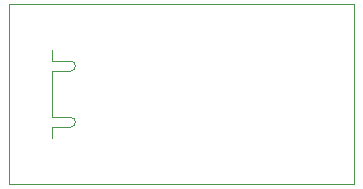
<source format=gbr>
G04 #@! TF.GenerationSoftware,KiCad,Pcbnew,(5.1.5)-3*
G04 #@! TF.CreationDate,2020-03-05T14:29:52+00:00*
G04 #@! TF.ProjectId,test pieces,74657374-2070-4696-9563-65732e6b6963,rev?*
G04 #@! TF.SameCoordinates,PX8879670PY8a8eb40*
G04 #@! TF.FileFunction,Profile,NP*
%FSLAX46Y46*%
G04 Gerber Fmt 4.6, Leading zero omitted, Abs format (unit mm)*
G04 Created by KiCad (PCBNEW (5.1.5)-3) date 2020-03-05 14:29:52*
%MOMM*%
%LPD*%
G04 APERTURE LIST*
%ADD10C,0.050000*%
%ADD11C,0.100000*%
G04 APERTURE END LIST*
D10*
X406400Y508000D02*
X406400Y15748000D01*
X29616400Y508000D02*
X406400Y508000D01*
X29616400Y15748000D02*
X29616400Y508000D01*
X406400Y15748000D02*
X29616400Y15748000D01*
D11*
X4036400Y11878000D02*
X4036400Y10928000D01*
X5611400Y10928000D02*
X4036400Y10928000D01*
X5611400Y10078000D02*
X4036400Y10078000D01*
X4036400Y10078000D02*
X4036400Y6178000D01*
X5611400Y6178000D02*
X4036400Y6178000D01*
X5611400Y5328000D02*
X4036400Y5328000D01*
X4036400Y5328000D02*
X4036400Y4378000D01*
X5611400Y10078000D02*
G75*
G03X5611400Y10928000I0J425000D01*
G01*
X5611400Y5328000D02*
G75*
G03X5611400Y6178000I0J425000D01*
G01*
M02*

</source>
